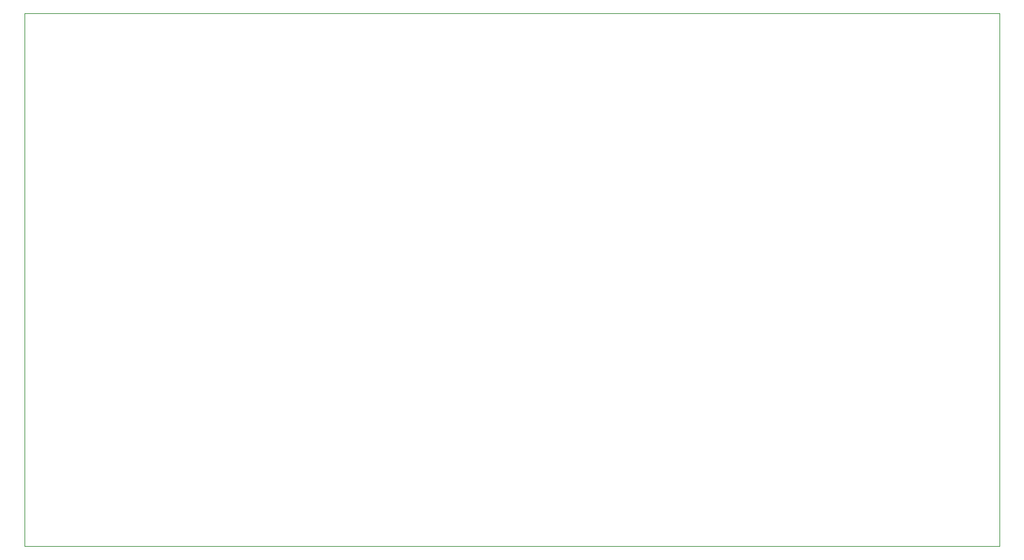
<source format=gbr>
%TF.GenerationSoftware,KiCad,Pcbnew,(7.0.0)*%
%TF.CreationDate,2023-03-03T13:32:30+01:00*%
%TF.ProjectId,Solar Cell offgrid Power,536f6c61-7220-4436-956c-6c206f666667,rev?*%
%TF.SameCoordinates,Original*%
%TF.FileFunction,Profile,NP*%
%FSLAX46Y46*%
G04 Gerber Fmt 4.6, Leading zero omitted, Abs format (unit mm)*
G04 Created by KiCad (PCBNEW (7.0.0)) date 2023-03-03 13:32:30*
%MOMM*%
%LPD*%
G01*
G04 APERTURE LIST*
%TA.AperFunction,Profile*%
%ADD10C,0.100000*%
%TD*%
G04 APERTURE END LIST*
D10*
X109190000Y-65690000D02*
X233710000Y-65690000D01*
X233710000Y-65690000D02*
X233710000Y-133780000D01*
X233710000Y-133780000D02*
X109190000Y-133780000D01*
X109190000Y-133780000D02*
X109190000Y-65690000D01*
M02*

</source>
